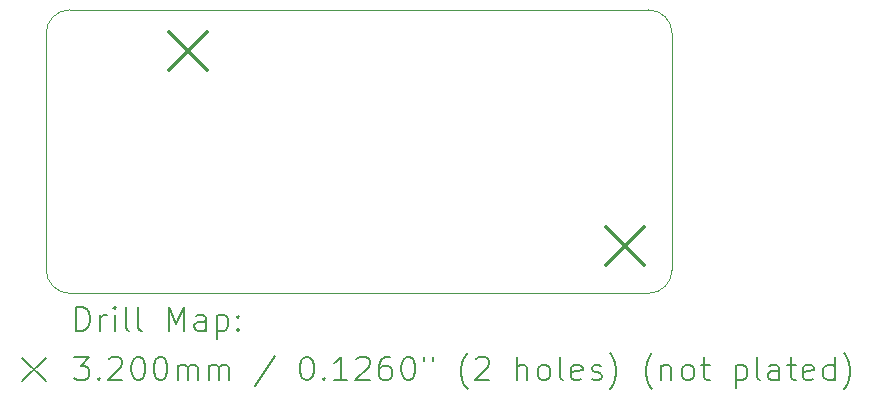
<source format=gbr>
%TF.GenerationSoftware,KiCad,Pcbnew,8.0.8*%
%TF.CreationDate,2025-02-03T14:11:04+01:00*%
%TF.ProjectId,ASS,4153532e-6b69-4636-9164-5f7063625858,rev?*%
%TF.SameCoordinates,PX5f5e100PY4c4b400*%
%TF.FileFunction,Drillmap*%
%TF.FilePolarity,Positive*%
%FSLAX45Y45*%
G04 Gerber Fmt 4.5, Leading zero omitted, Abs format (unit mm)*
G04 Created by KiCad (PCBNEW 8.0.8) date 2025-02-03 14:11:04*
%MOMM*%
%LPD*%
G01*
G04 APERTURE LIST*
%ADD10C,0.100000*%
%ADD11C,0.200000*%
%ADD12C,0.320000*%
G04 APERTURE END LIST*
D10*
X200000Y0D02*
G75*
G02*
X0Y200000I0J200000D01*
G01*
X5300000Y200000D02*
X5300000Y2200000D01*
X0Y2200000D02*
G75*
G02*
X200000Y2400000I200000J0D01*
G01*
X200000Y0D02*
X5100000Y0D01*
X0Y2200000D02*
X0Y200000D01*
X5300000Y200000D02*
G75*
G02*
X5100000Y0I-200000J0D01*
G01*
X5100000Y2400000D02*
G75*
G02*
X5300000Y2200000I0J-200000D01*
G01*
X5100000Y2400000D02*
X200000Y2400000D01*
D11*
D12*
X1040000Y2210000D02*
X1360000Y1890000D01*
X1360000Y2210000D02*
X1040000Y1890000D01*
X4740000Y560000D02*
X5060000Y240000D01*
X5060000Y560000D02*
X4740000Y240000D01*
D11*
X255777Y-316484D02*
X255777Y-116484D01*
X255777Y-116484D02*
X303396Y-116484D01*
X303396Y-116484D02*
X331967Y-126008D01*
X331967Y-126008D02*
X351015Y-145055D01*
X351015Y-145055D02*
X360539Y-164103D01*
X360539Y-164103D02*
X370062Y-202198D01*
X370062Y-202198D02*
X370062Y-230769D01*
X370062Y-230769D02*
X360539Y-268865D01*
X360539Y-268865D02*
X351015Y-287912D01*
X351015Y-287912D02*
X331967Y-306960D01*
X331967Y-306960D02*
X303396Y-316484D01*
X303396Y-316484D02*
X255777Y-316484D01*
X455777Y-316484D02*
X455777Y-183150D01*
X455777Y-221246D02*
X465301Y-202198D01*
X465301Y-202198D02*
X474824Y-192674D01*
X474824Y-192674D02*
X493872Y-183150D01*
X493872Y-183150D02*
X512920Y-183150D01*
X579586Y-316484D02*
X579586Y-183150D01*
X579586Y-116484D02*
X570063Y-126008D01*
X570063Y-126008D02*
X579586Y-135531D01*
X579586Y-135531D02*
X589110Y-126008D01*
X589110Y-126008D02*
X579586Y-116484D01*
X579586Y-116484D02*
X579586Y-135531D01*
X703396Y-316484D02*
X684348Y-306960D01*
X684348Y-306960D02*
X674824Y-287912D01*
X674824Y-287912D02*
X674824Y-116484D01*
X808158Y-316484D02*
X789110Y-306960D01*
X789110Y-306960D02*
X779586Y-287912D01*
X779586Y-287912D02*
X779586Y-116484D01*
X1036729Y-316484D02*
X1036729Y-116484D01*
X1036729Y-116484D02*
X1103396Y-259341D01*
X1103396Y-259341D02*
X1170063Y-116484D01*
X1170063Y-116484D02*
X1170063Y-316484D01*
X1351015Y-316484D02*
X1351015Y-211722D01*
X1351015Y-211722D02*
X1341491Y-192674D01*
X1341491Y-192674D02*
X1322444Y-183150D01*
X1322444Y-183150D02*
X1284348Y-183150D01*
X1284348Y-183150D02*
X1265301Y-192674D01*
X1351015Y-306960D02*
X1331967Y-316484D01*
X1331967Y-316484D02*
X1284348Y-316484D01*
X1284348Y-316484D02*
X1265301Y-306960D01*
X1265301Y-306960D02*
X1255777Y-287912D01*
X1255777Y-287912D02*
X1255777Y-268865D01*
X1255777Y-268865D02*
X1265301Y-249817D01*
X1265301Y-249817D02*
X1284348Y-240293D01*
X1284348Y-240293D02*
X1331967Y-240293D01*
X1331967Y-240293D02*
X1351015Y-230769D01*
X1446253Y-183150D02*
X1446253Y-383150D01*
X1446253Y-192674D02*
X1465301Y-183150D01*
X1465301Y-183150D02*
X1503396Y-183150D01*
X1503396Y-183150D02*
X1522443Y-192674D01*
X1522443Y-192674D02*
X1531967Y-202198D01*
X1531967Y-202198D02*
X1541491Y-221246D01*
X1541491Y-221246D02*
X1541491Y-278389D01*
X1541491Y-278389D02*
X1531967Y-297436D01*
X1531967Y-297436D02*
X1522443Y-306960D01*
X1522443Y-306960D02*
X1503396Y-316484D01*
X1503396Y-316484D02*
X1465301Y-316484D01*
X1465301Y-316484D02*
X1446253Y-306960D01*
X1627205Y-297436D02*
X1636729Y-306960D01*
X1636729Y-306960D02*
X1627205Y-316484D01*
X1627205Y-316484D02*
X1617682Y-306960D01*
X1617682Y-306960D02*
X1627205Y-297436D01*
X1627205Y-297436D02*
X1627205Y-316484D01*
X1627205Y-192674D02*
X1636729Y-202198D01*
X1636729Y-202198D02*
X1627205Y-211722D01*
X1627205Y-211722D02*
X1617682Y-202198D01*
X1617682Y-202198D02*
X1627205Y-192674D01*
X1627205Y-192674D02*
X1627205Y-211722D01*
X-205000Y-545000D02*
X-5000Y-745000D01*
X-5000Y-545000D02*
X-205000Y-745000D01*
X236729Y-536484D02*
X360539Y-536484D01*
X360539Y-536484D02*
X293872Y-612674D01*
X293872Y-612674D02*
X322444Y-612674D01*
X322444Y-612674D02*
X341491Y-622198D01*
X341491Y-622198D02*
X351015Y-631722D01*
X351015Y-631722D02*
X360539Y-650770D01*
X360539Y-650770D02*
X360539Y-698389D01*
X360539Y-698389D02*
X351015Y-717436D01*
X351015Y-717436D02*
X341491Y-726960D01*
X341491Y-726960D02*
X322444Y-736484D01*
X322444Y-736484D02*
X265301Y-736484D01*
X265301Y-736484D02*
X246253Y-726960D01*
X246253Y-726960D02*
X236729Y-717436D01*
X446253Y-717436D02*
X455777Y-726960D01*
X455777Y-726960D02*
X446253Y-736484D01*
X446253Y-736484D02*
X436729Y-726960D01*
X436729Y-726960D02*
X446253Y-717436D01*
X446253Y-717436D02*
X446253Y-736484D01*
X531967Y-555531D02*
X541491Y-546008D01*
X541491Y-546008D02*
X560539Y-536484D01*
X560539Y-536484D02*
X608158Y-536484D01*
X608158Y-536484D02*
X627205Y-546008D01*
X627205Y-546008D02*
X636729Y-555531D01*
X636729Y-555531D02*
X646253Y-574579D01*
X646253Y-574579D02*
X646253Y-593627D01*
X646253Y-593627D02*
X636729Y-622198D01*
X636729Y-622198D02*
X522443Y-736484D01*
X522443Y-736484D02*
X646253Y-736484D01*
X770062Y-536484D02*
X789110Y-536484D01*
X789110Y-536484D02*
X808158Y-546008D01*
X808158Y-546008D02*
X817682Y-555531D01*
X817682Y-555531D02*
X827205Y-574579D01*
X827205Y-574579D02*
X836729Y-612674D01*
X836729Y-612674D02*
X836729Y-660293D01*
X836729Y-660293D02*
X827205Y-698389D01*
X827205Y-698389D02*
X817682Y-717436D01*
X817682Y-717436D02*
X808158Y-726960D01*
X808158Y-726960D02*
X789110Y-736484D01*
X789110Y-736484D02*
X770062Y-736484D01*
X770062Y-736484D02*
X751015Y-726960D01*
X751015Y-726960D02*
X741491Y-717436D01*
X741491Y-717436D02*
X731967Y-698389D01*
X731967Y-698389D02*
X722443Y-660293D01*
X722443Y-660293D02*
X722443Y-612674D01*
X722443Y-612674D02*
X731967Y-574579D01*
X731967Y-574579D02*
X741491Y-555531D01*
X741491Y-555531D02*
X751015Y-546008D01*
X751015Y-546008D02*
X770062Y-536484D01*
X960539Y-536484D02*
X979586Y-536484D01*
X979586Y-536484D02*
X998634Y-546008D01*
X998634Y-546008D02*
X1008158Y-555531D01*
X1008158Y-555531D02*
X1017682Y-574579D01*
X1017682Y-574579D02*
X1027205Y-612674D01*
X1027205Y-612674D02*
X1027205Y-660293D01*
X1027205Y-660293D02*
X1017682Y-698389D01*
X1017682Y-698389D02*
X1008158Y-717436D01*
X1008158Y-717436D02*
X998634Y-726960D01*
X998634Y-726960D02*
X979586Y-736484D01*
X979586Y-736484D02*
X960539Y-736484D01*
X960539Y-736484D02*
X941491Y-726960D01*
X941491Y-726960D02*
X931967Y-717436D01*
X931967Y-717436D02*
X922443Y-698389D01*
X922443Y-698389D02*
X912920Y-660293D01*
X912920Y-660293D02*
X912920Y-612674D01*
X912920Y-612674D02*
X922443Y-574579D01*
X922443Y-574579D02*
X931967Y-555531D01*
X931967Y-555531D02*
X941491Y-546008D01*
X941491Y-546008D02*
X960539Y-536484D01*
X1112920Y-736484D02*
X1112920Y-603150D01*
X1112920Y-622198D02*
X1122444Y-612674D01*
X1122444Y-612674D02*
X1141491Y-603150D01*
X1141491Y-603150D02*
X1170063Y-603150D01*
X1170063Y-603150D02*
X1189110Y-612674D01*
X1189110Y-612674D02*
X1198634Y-631722D01*
X1198634Y-631722D02*
X1198634Y-736484D01*
X1198634Y-631722D02*
X1208158Y-612674D01*
X1208158Y-612674D02*
X1227205Y-603150D01*
X1227205Y-603150D02*
X1255777Y-603150D01*
X1255777Y-603150D02*
X1274825Y-612674D01*
X1274825Y-612674D02*
X1284348Y-631722D01*
X1284348Y-631722D02*
X1284348Y-736484D01*
X1379586Y-736484D02*
X1379586Y-603150D01*
X1379586Y-622198D02*
X1389110Y-612674D01*
X1389110Y-612674D02*
X1408158Y-603150D01*
X1408158Y-603150D02*
X1436729Y-603150D01*
X1436729Y-603150D02*
X1455777Y-612674D01*
X1455777Y-612674D02*
X1465301Y-631722D01*
X1465301Y-631722D02*
X1465301Y-736484D01*
X1465301Y-631722D02*
X1474824Y-612674D01*
X1474824Y-612674D02*
X1493872Y-603150D01*
X1493872Y-603150D02*
X1522443Y-603150D01*
X1522443Y-603150D02*
X1541491Y-612674D01*
X1541491Y-612674D02*
X1551015Y-631722D01*
X1551015Y-631722D02*
X1551015Y-736484D01*
X1941491Y-526960D02*
X1770063Y-784103D01*
X2198634Y-536484D02*
X2217682Y-536484D01*
X2217682Y-536484D02*
X2236729Y-546008D01*
X2236729Y-546008D02*
X2246253Y-555531D01*
X2246253Y-555531D02*
X2255777Y-574579D01*
X2255777Y-574579D02*
X2265301Y-612674D01*
X2265301Y-612674D02*
X2265301Y-660293D01*
X2265301Y-660293D02*
X2255777Y-698389D01*
X2255777Y-698389D02*
X2246253Y-717436D01*
X2246253Y-717436D02*
X2236729Y-726960D01*
X2236729Y-726960D02*
X2217682Y-736484D01*
X2217682Y-736484D02*
X2198634Y-736484D01*
X2198634Y-736484D02*
X2179587Y-726960D01*
X2179587Y-726960D02*
X2170063Y-717436D01*
X2170063Y-717436D02*
X2160539Y-698389D01*
X2160539Y-698389D02*
X2151015Y-660293D01*
X2151015Y-660293D02*
X2151015Y-612674D01*
X2151015Y-612674D02*
X2160539Y-574579D01*
X2160539Y-574579D02*
X2170063Y-555531D01*
X2170063Y-555531D02*
X2179587Y-546008D01*
X2179587Y-546008D02*
X2198634Y-536484D01*
X2351015Y-717436D02*
X2360539Y-726960D01*
X2360539Y-726960D02*
X2351015Y-736484D01*
X2351015Y-736484D02*
X2341491Y-726960D01*
X2341491Y-726960D02*
X2351015Y-717436D01*
X2351015Y-717436D02*
X2351015Y-736484D01*
X2551015Y-736484D02*
X2436729Y-736484D01*
X2493872Y-736484D02*
X2493872Y-536484D01*
X2493872Y-536484D02*
X2474825Y-565055D01*
X2474825Y-565055D02*
X2455777Y-584103D01*
X2455777Y-584103D02*
X2436729Y-593627D01*
X2627206Y-555531D02*
X2636729Y-546008D01*
X2636729Y-546008D02*
X2655777Y-536484D01*
X2655777Y-536484D02*
X2703396Y-536484D01*
X2703396Y-536484D02*
X2722444Y-546008D01*
X2722444Y-546008D02*
X2731968Y-555531D01*
X2731968Y-555531D02*
X2741491Y-574579D01*
X2741491Y-574579D02*
X2741491Y-593627D01*
X2741491Y-593627D02*
X2731968Y-622198D01*
X2731968Y-622198D02*
X2617682Y-736484D01*
X2617682Y-736484D02*
X2741491Y-736484D01*
X2912920Y-536484D02*
X2874825Y-536484D01*
X2874825Y-536484D02*
X2855777Y-546008D01*
X2855777Y-546008D02*
X2846253Y-555531D01*
X2846253Y-555531D02*
X2827206Y-584103D01*
X2827206Y-584103D02*
X2817682Y-622198D01*
X2817682Y-622198D02*
X2817682Y-698389D01*
X2817682Y-698389D02*
X2827206Y-717436D01*
X2827206Y-717436D02*
X2836729Y-726960D01*
X2836729Y-726960D02*
X2855777Y-736484D01*
X2855777Y-736484D02*
X2893872Y-736484D01*
X2893872Y-736484D02*
X2912920Y-726960D01*
X2912920Y-726960D02*
X2922444Y-717436D01*
X2922444Y-717436D02*
X2931967Y-698389D01*
X2931967Y-698389D02*
X2931967Y-650770D01*
X2931967Y-650770D02*
X2922444Y-631722D01*
X2922444Y-631722D02*
X2912920Y-622198D01*
X2912920Y-622198D02*
X2893872Y-612674D01*
X2893872Y-612674D02*
X2855777Y-612674D01*
X2855777Y-612674D02*
X2836729Y-622198D01*
X2836729Y-622198D02*
X2827206Y-631722D01*
X2827206Y-631722D02*
X2817682Y-650770D01*
X3055777Y-536484D02*
X3074825Y-536484D01*
X3074825Y-536484D02*
X3093872Y-546008D01*
X3093872Y-546008D02*
X3103396Y-555531D01*
X3103396Y-555531D02*
X3112920Y-574579D01*
X3112920Y-574579D02*
X3122444Y-612674D01*
X3122444Y-612674D02*
X3122444Y-660293D01*
X3122444Y-660293D02*
X3112920Y-698389D01*
X3112920Y-698389D02*
X3103396Y-717436D01*
X3103396Y-717436D02*
X3093872Y-726960D01*
X3093872Y-726960D02*
X3074825Y-736484D01*
X3074825Y-736484D02*
X3055777Y-736484D01*
X3055777Y-736484D02*
X3036729Y-726960D01*
X3036729Y-726960D02*
X3027206Y-717436D01*
X3027206Y-717436D02*
X3017682Y-698389D01*
X3017682Y-698389D02*
X3008158Y-660293D01*
X3008158Y-660293D02*
X3008158Y-612674D01*
X3008158Y-612674D02*
X3017682Y-574579D01*
X3017682Y-574579D02*
X3027206Y-555531D01*
X3027206Y-555531D02*
X3036729Y-546008D01*
X3036729Y-546008D02*
X3055777Y-536484D01*
X3198634Y-536484D02*
X3198634Y-574579D01*
X3274825Y-536484D02*
X3274825Y-574579D01*
X3570063Y-812674D02*
X3560539Y-803150D01*
X3560539Y-803150D02*
X3541491Y-774579D01*
X3541491Y-774579D02*
X3531968Y-755531D01*
X3531968Y-755531D02*
X3522444Y-726960D01*
X3522444Y-726960D02*
X3512920Y-679341D01*
X3512920Y-679341D02*
X3512920Y-641246D01*
X3512920Y-641246D02*
X3522444Y-593627D01*
X3522444Y-593627D02*
X3531968Y-565055D01*
X3531968Y-565055D02*
X3541491Y-546008D01*
X3541491Y-546008D02*
X3560539Y-517436D01*
X3560539Y-517436D02*
X3570063Y-507912D01*
X3636729Y-555531D02*
X3646253Y-546008D01*
X3646253Y-546008D02*
X3665301Y-536484D01*
X3665301Y-536484D02*
X3712920Y-536484D01*
X3712920Y-536484D02*
X3731968Y-546008D01*
X3731968Y-546008D02*
X3741491Y-555531D01*
X3741491Y-555531D02*
X3751015Y-574579D01*
X3751015Y-574579D02*
X3751015Y-593627D01*
X3751015Y-593627D02*
X3741491Y-622198D01*
X3741491Y-622198D02*
X3627206Y-736484D01*
X3627206Y-736484D02*
X3751015Y-736484D01*
X3989110Y-736484D02*
X3989110Y-536484D01*
X4074825Y-736484D02*
X4074825Y-631722D01*
X4074825Y-631722D02*
X4065301Y-612674D01*
X4065301Y-612674D02*
X4046253Y-603150D01*
X4046253Y-603150D02*
X4017682Y-603150D01*
X4017682Y-603150D02*
X3998634Y-612674D01*
X3998634Y-612674D02*
X3989110Y-622198D01*
X4198634Y-736484D02*
X4179587Y-726960D01*
X4179587Y-726960D02*
X4170063Y-717436D01*
X4170063Y-717436D02*
X4160539Y-698389D01*
X4160539Y-698389D02*
X4160539Y-641246D01*
X4160539Y-641246D02*
X4170063Y-622198D01*
X4170063Y-622198D02*
X4179587Y-612674D01*
X4179587Y-612674D02*
X4198634Y-603150D01*
X4198634Y-603150D02*
X4227206Y-603150D01*
X4227206Y-603150D02*
X4246253Y-612674D01*
X4246253Y-612674D02*
X4255777Y-622198D01*
X4255777Y-622198D02*
X4265301Y-641246D01*
X4265301Y-641246D02*
X4265301Y-698389D01*
X4265301Y-698389D02*
X4255777Y-717436D01*
X4255777Y-717436D02*
X4246253Y-726960D01*
X4246253Y-726960D02*
X4227206Y-736484D01*
X4227206Y-736484D02*
X4198634Y-736484D01*
X4379587Y-736484D02*
X4360539Y-726960D01*
X4360539Y-726960D02*
X4351015Y-707912D01*
X4351015Y-707912D02*
X4351015Y-536484D01*
X4531968Y-726960D02*
X4512920Y-736484D01*
X4512920Y-736484D02*
X4474825Y-736484D01*
X4474825Y-736484D02*
X4455777Y-726960D01*
X4455777Y-726960D02*
X4446253Y-707912D01*
X4446253Y-707912D02*
X4446253Y-631722D01*
X4446253Y-631722D02*
X4455777Y-612674D01*
X4455777Y-612674D02*
X4474825Y-603150D01*
X4474825Y-603150D02*
X4512920Y-603150D01*
X4512920Y-603150D02*
X4531968Y-612674D01*
X4531968Y-612674D02*
X4541492Y-631722D01*
X4541492Y-631722D02*
X4541492Y-650770D01*
X4541492Y-650770D02*
X4446253Y-669817D01*
X4617682Y-726960D02*
X4636730Y-736484D01*
X4636730Y-736484D02*
X4674825Y-736484D01*
X4674825Y-736484D02*
X4693873Y-726960D01*
X4693873Y-726960D02*
X4703396Y-707912D01*
X4703396Y-707912D02*
X4703396Y-698389D01*
X4703396Y-698389D02*
X4693873Y-679341D01*
X4693873Y-679341D02*
X4674825Y-669817D01*
X4674825Y-669817D02*
X4646253Y-669817D01*
X4646253Y-669817D02*
X4627206Y-660293D01*
X4627206Y-660293D02*
X4617682Y-641246D01*
X4617682Y-641246D02*
X4617682Y-631722D01*
X4617682Y-631722D02*
X4627206Y-612674D01*
X4627206Y-612674D02*
X4646253Y-603150D01*
X4646253Y-603150D02*
X4674825Y-603150D01*
X4674825Y-603150D02*
X4693873Y-612674D01*
X4770063Y-812674D02*
X4779587Y-803150D01*
X4779587Y-803150D02*
X4798634Y-774579D01*
X4798634Y-774579D02*
X4808158Y-755531D01*
X4808158Y-755531D02*
X4817682Y-726960D01*
X4817682Y-726960D02*
X4827206Y-679341D01*
X4827206Y-679341D02*
X4827206Y-641246D01*
X4827206Y-641246D02*
X4817682Y-593627D01*
X4817682Y-593627D02*
X4808158Y-565055D01*
X4808158Y-565055D02*
X4798634Y-546008D01*
X4798634Y-546008D02*
X4779587Y-517436D01*
X4779587Y-517436D02*
X4770063Y-507912D01*
X5131968Y-812674D02*
X5122444Y-803150D01*
X5122444Y-803150D02*
X5103396Y-774579D01*
X5103396Y-774579D02*
X5093873Y-755531D01*
X5093873Y-755531D02*
X5084349Y-726960D01*
X5084349Y-726960D02*
X5074825Y-679341D01*
X5074825Y-679341D02*
X5074825Y-641246D01*
X5074825Y-641246D02*
X5084349Y-593627D01*
X5084349Y-593627D02*
X5093873Y-565055D01*
X5093873Y-565055D02*
X5103396Y-546008D01*
X5103396Y-546008D02*
X5122444Y-517436D01*
X5122444Y-517436D02*
X5131968Y-507912D01*
X5208158Y-603150D02*
X5208158Y-736484D01*
X5208158Y-622198D02*
X5217682Y-612674D01*
X5217682Y-612674D02*
X5236730Y-603150D01*
X5236730Y-603150D02*
X5265301Y-603150D01*
X5265301Y-603150D02*
X5284349Y-612674D01*
X5284349Y-612674D02*
X5293873Y-631722D01*
X5293873Y-631722D02*
X5293873Y-736484D01*
X5417682Y-736484D02*
X5398634Y-726960D01*
X5398634Y-726960D02*
X5389111Y-717436D01*
X5389111Y-717436D02*
X5379587Y-698389D01*
X5379587Y-698389D02*
X5379587Y-641246D01*
X5379587Y-641246D02*
X5389111Y-622198D01*
X5389111Y-622198D02*
X5398634Y-612674D01*
X5398634Y-612674D02*
X5417682Y-603150D01*
X5417682Y-603150D02*
X5446254Y-603150D01*
X5446254Y-603150D02*
X5465301Y-612674D01*
X5465301Y-612674D02*
X5474825Y-622198D01*
X5474825Y-622198D02*
X5484349Y-641246D01*
X5484349Y-641246D02*
X5484349Y-698389D01*
X5484349Y-698389D02*
X5474825Y-717436D01*
X5474825Y-717436D02*
X5465301Y-726960D01*
X5465301Y-726960D02*
X5446254Y-736484D01*
X5446254Y-736484D02*
X5417682Y-736484D01*
X5541492Y-603150D02*
X5617682Y-603150D01*
X5570063Y-536484D02*
X5570063Y-707912D01*
X5570063Y-707912D02*
X5579587Y-726960D01*
X5579587Y-726960D02*
X5598634Y-736484D01*
X5598634Y-736484D02*
X5617682Y-736484D01*
X5836730Y-603150D02*
X5836730Y-803150D01*
X5836730Y-612674D02*
X5855777Y-603150D01*
X5855777Y-603150D02*
X5893873Y-603150D01*
X5893873Y-603150D02*
X5912920Y-612674D01*
X5912920Y-612674D02*
X5922444Y-622198D01*
X5922444Y-622198D02*
X5931968Y-641246D01*
X5931968Y-641246D02*
X5931968Y-698389D01*
X5931968Y-698389D02*
X5922444Y-717436D01*
X5922444Y-717436D02*
X5912920Y-726960D01*
X5912920Y-726960D02*
X5893873Y-736484D01*
X5893873Y-736484D02*
X5855777Y-736484D01*
X5855777Y-736484D02*
X5836730Y-726960D01*
X6046253Y-736484D02*
X6027206Y-726960D01*
X6027206Y-726960D02*
X6017682Y-707912D01*
X6017682Y-707912D02*
X6017682Y-536484D01*
X6208158Y-736484D02*
X6208158Y-631722D01*
X6208158Y-631722D02*
X6198634Y-612674D01*
X6198634Y-612674D02*
X6179587Y-603150D01*
X6179587Y-603150D02*
X6141492Y-603150D01*
X6141492Y-603150D02*
X6122444Y-612674D01*
X6208158Y-726960D02*
X6189111Y-736484D01*
X6189111Y-736484D02*
X6141492Y-736484D01*
X6141492Y-736484D02*
X6122444Y-726960D01*
X6122444Y-726960D02*
X6112920Y-707912D01*
X6112920Y-707912D02*
X6112920Y-688865D01*
X6112920Y-688865D02*
X6122444Y-669817D01*
X6122444Y-669817D02*
X6141492Y-660293D01*
X6141492Y-660293D02*
X6189111Y-660293D01*
X6189111Y-660293D02*
X6208158Y-650770D01*
X6274825Y-603150D02*
X6351015Y-603150D01*
X6303396Y-536484D02*
X6303396Y-707912D01*
X6303396Y-707912D02*
X6312920Y-726960D01*
X6312920Y-726960D02*
X6331968Y-736484D01*
X6331968Y-736484D02*
X6351015Y-736484D01*
X6493873Y-726960D02*
X6474825Y-736484D01*
X6474825Y-736484D02*
X6436730Y-736484D01*
X6436730Y-736484D02*
X6417682Y-726960D01*
X6417682Y-726960D02*
X6408158Y-707912D01*
X6408158Y-707912D02*
X6408158Y-631722D01*
X6408158Y-631722D02*
X6417682Y-612674D01*
X6417682Y-612674D02*
X6436730Y-603150D01*
X6436730Y-603150D02*
X6474825Y-603150D01*
X6474825Y-603150D02*
X6493873Y-612674D01*
X6493873Y-612674D02*
X6503396Y-631722D01*
X6503396Y-631722D02*
X6503396Y-650770D01*
X6503396Y-650770D02*
X6408158Y-669817D01*
X6674825Y-736484D02*
X6674825Y-536484D01*
X6674825Y-726960D02*
X6655777Y-736484D01*
X6655777Y-736484D02*
X6617682Y-736484D01*
X6617682Y-736484D02*
X6598634Y-726960D01*
X6598634Y-726960D02*
X6589111Y-717436D01*
X6589111Y-717436D02*
X6579587Y-698389D01*
X6579587Y-698389D02*
X6579587Y-641246D01*
X6579587Y-641246D02*
X6589111Y-622198D01*
X6589111Y-622198D02*
X6598634Y-612674D01*
X6598634Y-612674D02*
X6617682Y-603150D01*
X6617682Y-603150D02*
X6655777Y-603150D01*
X6655777Y-603150D02*
X6674825Y-612674D01*
X6751015Y-812674D02*
X6760539Y-803150D01*
X6760539Y-803150D02*
X6779587Y-774579D01*
X6779587Y-774579D02*
X6789111Y-755531D01*
X6789111Y-755531D02*
X6798634Y-726960D01*
X6798634Y-726960D02*
X6808158Y-679341D01*
X6808158Y-679341D02*
X6808158Y-641246D01*
X6808158Y-641246D02*
X6798634Y-593627D01*
X6798634Y-593627D02*
X6789111Y-565055D01*
X6789111Y-565055D02*
X6779587Y-546008D01*
X6779587Y-546008D02*
X6760539Y-517436D01*
X6760539Y-517436D02*
X6751015Y-507912D01*
M02*

</source>
